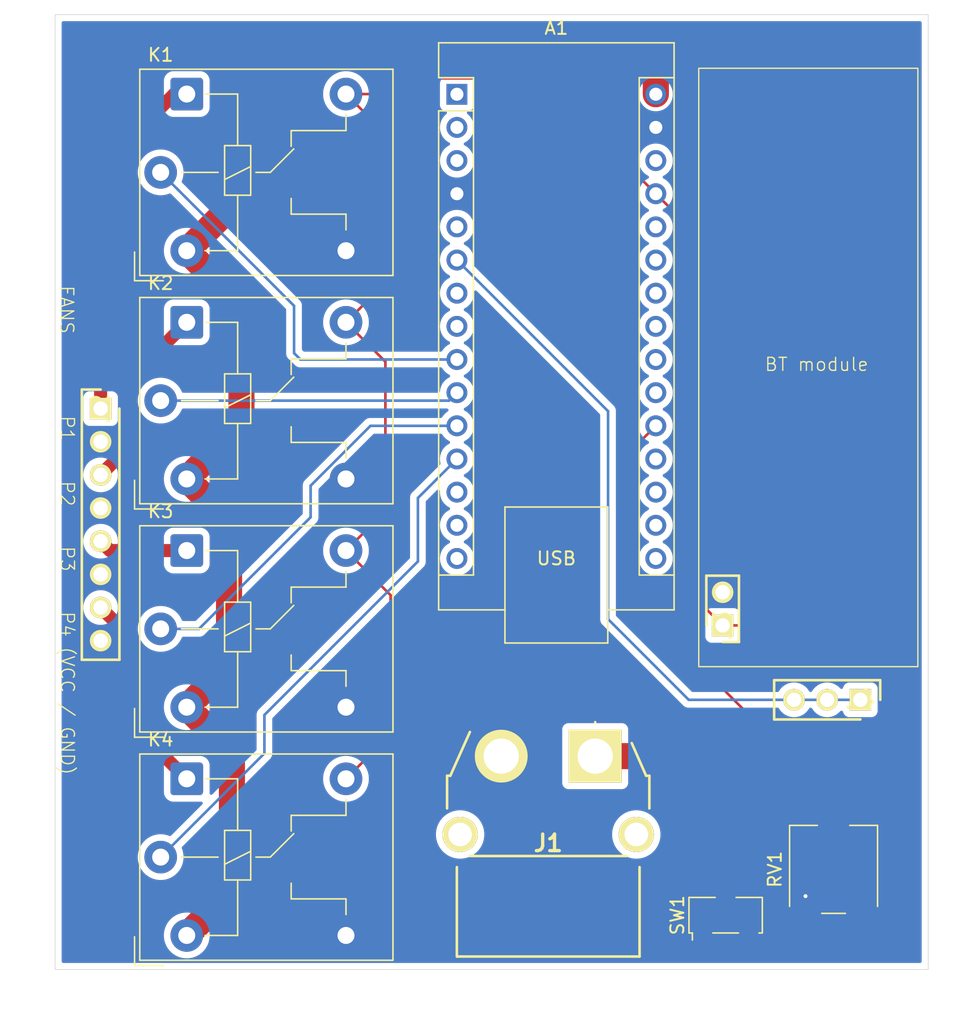
<source format=kicad_pcb>
(kicad_pcb (version 20241229) (generator "pcbnew") (generator_version "9.0")
  (layers (0 "F.Cu" signal) (2 "B.Cu" signal) (13 "F.Paste" user) (15 "B.Paste" user) (5 "F.SilkS" user "F.Silkscreen") (7 "B.SilkS" user "B.Silkscreen") (1 "F.Mask" user) (3 "B.Mask" user) (25 "Edge.Cuts" user))
  (net 0 "")
  (net 3 "/R1")
  (net 9 "+5V")
  (net 12 "Net-(A1-A1)")
  (net 13 "/R2")
  (net 16 "VCC")
  (net 18 "/FAN")
  (net 21 "/R3")
  (net 23 "/R4")
  (net 25 "GND")
  (net 32 "VIN")
  (net 33 "/P3")
  (net 34 "/P2")
  (net 35 "/P4")
  (net 36 "/P1")
  (footprint "Relay_THT:Relay_SPDT_Hongfa_JQC-3FF_0XX-1Z" (layer "F.Cu") (at 106.24 83.09)
    (property "Reference" "K2" (at -2 -3 0) (layer "F.SilkS"))
    (property "Value" "JQC-3FF-012-1Z")
    (fp_line (start -4 12.1) (end -4 14.3) (stroke (width 0.12)) (layer "F.SilkS"))
    (fp_line (start -4 14.3) (end -1.8 14.3) (stroke (width 0.12)) (layer "F.SilkS"))
    (fp_line (start -3.6 -1.9) (end -3.6 13.9) (stroke (width 0.12)) (layer "F.SilkS"))
    (fp_line (start -3.6 13.9) (end 15.8 13.9) (stroke (width 0.12)) (layer "F.SilkS"))
    (fp_line (start -0.4 6) (end 2.4 6) (stroke (width 0.12)) (layer "F.SilkS"))
    (fp_line (start 2.9 3.95) (end 2.9 7.75) (stroke (width 0.12)) (layer "F.SilkS"))
    (fp_line (start 2.9 7.75) (end 4.9 7.75) (stroke (width 0.12)) (layer "F.SilkS"))
    (fp_line (start 3.9 0) (end 1.4 0) (stroke (width 0.12)) (layer "F.SilkS"))
    (fp_line (start 3.9 3.95) (end 3.9 0) (stroke (width 0.12)) (layer "F.SilkS"))
    (fp_line (start 3.9 7.75) (end 3.9 12) (stroke (width 0.12)) (layer "F.SilkS"))
    (fp_line (start 3.9 12) (end 1.4 12) (stroke (width 0.12)) (layer "F.SilkS"))
    (fp_line (start 4.9 3.95) (end 2.9 3.95) (stroke (width 0.12)) (layer "F.SilkS"))
    (fp_line (start 4.9 5.55) (end 2.9 6.55) (stroke (width 0.12)) (layer "F.SilkS"))
    (fp_line (start 4.9 7.75) (end 4.9 3.95) (stroke (width 0.12)) (layer "F.SilkS"))
    (fp_line (start 6.4 6) (end 5.3 6) (stroke (width 0.12)) (layer "F.SilkS"))
    (fp_line (start 6.4 6) (end 8.2 4.2) (stroke (width 0.12)) (layer "F.SilkS"))
    (fp_line (start 8 2.8) (end 8 4) (stroke (width 0.12)) (layer "F.SilkS"))
    (fp_line (start 8 2.8) (end 12.2 2.8) (stroke (width 0.12)) (layer "F.SilkS"))
    (fp_line (start 8 9.2) (end 8 8) (stroke (width 0.12)) (layer "F.SilkS"))
    (fp_line (start 12.2 1.6) (end 12.2 2.8) (stroke (width 0.12)) (layer "F.SilkS"))
    (fp_line (start 12.2 9.2) (end 8 9.2) (stroke (width 0.12)) (layer "F.SilkS"))
    (fp_line (start 12.2 10.4) (end 12.2 9.2) (stroke (width 0.12)) (layer "F.SilkS"))
    (fp_line (start 15.8 -1.9) (end -3.6 -1.9) (stroke (width 0.12)) (layer "F.SilkS"))
    (fp_line (start 15.8 13.9) (end 15.8 -1.9) (stroke (width 0.12)) (layer "F.SilkS"))
    (pad "11" thru_hole circle (at -2 6) (size 2.5 2.5) (drill 1.3) (layers "*.Cu" "*.Mask") (net 13 "/R2"))
    (pad "12" thru_hole circle (at 12.2 0) (size 2.5 2.5) (drill 1.3) (layers "*.Cu" "*.Mask") (net 9 "+5V"))
    (pad "14" thru_hole circle (at 12.2 12) (size 2.5 2.5) (drill 1.3) (layers "*.Cu" "*.Mask") (net 25 "GND"))
    (pad "A1" thru_hole roundrect (at 0 0) (size 2.5 2.5) (drill 1.3) (layers "*.Cu" "*.Mask") (roundrect_rratio 0.1) (net 34 "/P2"))
    (pad "A2" thru_hole circle (at 0 12) (size 2.5 2.5) (drill 1.3) (layers "*.Cu" "*.Mask") (net 16 "VCC"))
  )
  (footprint "Module:Arduino_Nano" (layer "F.Cu") (at 126.94 65.62)
    (property "Reference" "A1" (at 7.62 -5.08 0) (layer "F.SilkS"))
    (property "Value" "Arduino_Nano_v3.x")
    (fp_line (start -1.4 -3.94) (end -1.4 -1.27) (stroke (width 0.12)) (layer "F.SilkS"))
    (fp_line (start -1.4 1.27) (end -1.4 39.5) (stroke (width 0.12)) (layer "F.SilkS"))
    (fp_line (start -1.4 39.5) (end 3.68 39.5) (stroke (width 0.12)) (layer "F.SilkS"))
    (fp_line (start 1.27 -1.27) (end -1.4 -1.27) (stroke (width 0.12)) (layer "F.SilkS"))
    (fp_line (start 1.27 1.27) (end -1.4 1.27) (stroke (width 0.12)) (layer "F.SilkS"))
    (fp_line (start 1.27 1.27) (end 1.27 -1.27) (stroke (width 0.12)) (layer "F.SilkS"))
    (fp_line (start 1.27 1.27) (end 1.27 36.83) (stroke (width 0.12)) (layer "F.SilkS"))
    (fp_line (start 1.27 36.83) (end -1.4 36.83) (stroke (width 0.12)) (layer "F.SilkS"))
    (fp_line (start 3.68 31.62) (end 11.56 31.62) (stroke (width 0.12)) (layer "F.SilkS"))
    (fp_line (start 3.68 42.04) (end 3.68 31.62) (stroke (width 0.12)) (layer "F.SilkS"))
    (fp_line (start 11.56 31.62) (end 11.56 42.04) (stroke (width 0.12)) (layer "F.SilkS"))
    (fp_line (start 11.56 42.04) (end 3.68 42.04) (stroke (width 0.12)) (layer "F.SilkS"))
    (fp_line (start 13.97 -1.27) (end 13.97 36.83) (stroke (width 0.12)) (layer "F.SilkS"))
    (fp_line (start 13.97 -1.27) (end 16.64 -1.27) (stroke (width 0.12)) (layer "F.SilkS"))
    (fp_line (start 13.97 36.83) (end 16.64 36.83) (stroke (width 0.12)) (layer "F.SilkS"))
    (fp_line (start 16.64 -3.94) (end -1.4 -3.94) (stroke (width 0.12)) (layer "F.SilkS"))
    (fp_line (start 16.64 39.5) (end 11.56 39.5) (stroke (width 0.12)) (layer "F.SilkS"))
    (fp_line (start 16.64 39.5) (end 16.64 -3.94) (stroke (width 0.12)) (layer "F.SilkS"))
    (fp_text user "USB" (at 7.62 35.56 0) (layer "F.SilkS"))
    (pad "1" thru_hole rect (at 0 0) (size 1.6 1.6) (drill 1) (layers "*.Cu" "*.Mask"))
    (pad "2" thru_hole oval (at 0 2.54) (size 1.6 1.6) (drill 1) (layers "*.Cu" "*.Mask"))
    (pad "3" thru_hole oval (at 0 5.08) (size 1.6 1.6) (drill 1) (layers "*.Cu" "*.Mask"))
    (pad "4" thru_hole oval (at 0 7.62) (size 1.6 1.6) (drill 1) (layers "*.Cu" "*.Mask") (net 25 "GND"))
    (pad "5" thru_hole oval (at 0 10.16) (size 1.6 1.6) (drill 1) (layers "*.Cu" "*.Mask"))
    (pad "6" thru_hole oval (at 0 12.7) (size 1.6 1.6) (drill 1) (layers "*.Cu" "*.Mask") (net 18 "/FAN"))
    (pad "7" thru_hole oval (at 0 15.24) (size 1.6 1.6) (drill 1) (layers "*.Cu" "*.Mask"))
    (pad "8" thru_hole oval (at 0 17.78) (size 1.6 1.6) (drill 1) (layers "*.Cu" "*.Mask"))
    (pad "9" thru_hole oval (at 0 20.32) (size 1.6 1.6) (drill 1) (layers "*.Cu" "*.Mask") (net 3 "/R1"))
    (pad "10" thru_hole oval (at 0 22.86) (size 1.6 1.6) (drill 1) (layers "*.Cu" "*.Mask") (net 13 "/R2"))
    (pad "11" thru_hole oval (at 0 25.4) (size 1.6 1.6) (drill 1) (layers "*.Cu" "*.Mask") (net 21 "/R3"))
    (pad "12" thru_hole oval (at 0 27.94) (size 1.6 1.6) (drill 1) (layers "*.Cu" "*.Mask") (net 23 "/R4"))
    (pad "13" thru_hole oval (at 0 30.48) (size 1.6 1.6) (drill 1) (layers "*.Cu" "*.Mask"))
    (pad "14" thru_hole oval (at 0 33.02) (size 1.6 1.6) (drill 1) (layers "*.Cu" "*.Mask"))
    (pad "15" thru_hole oval (at 0 35.56) (size 1.6 1.6) (drill 1) (layers "*.Cu" "*.Mask"))
    (pad "16" thru_hole oval (at 15.24 35.56) (size 1.6 1.6) (drill 1) (layers "*.Cu" "*.Mask"))
    (pad "17" thru_hole oval (at 15.24 33.02) (size 1.6 1.6) (drill 1) (layers "*.Cu" "*.Mask"))
    (pad "18" thru_hole oval (at 15.24 30.48) (size 1.6 1.6) (drill 1) (layers "*.Cu" "*.Mask"))
    (pad "19" thru_hole oval (at 15.24 27.94) (size 1.6 1.6) (drill 1) (layers "*.Cu" "*.Mask"))
    (pad "20" thru_hole oval (at 15.24 25.4) (size 1.6 1.6) (drill 1) (layers "*.Cu" "*.Mask") (net 12 "Net-(A1-A1)"))
    (pad "21" thru_hole oval (at 15.24 22.86) (size 1.6 1.6) (drill 1) (layers "*.Cu" "*.Mask"))
    (pad "22" thru_hole oval (at 15.24 20.32) (size 1.6 1.6) (drill 1) (layers "*.Cu" "*.Mask"))
    (pad "23" thru_hole oval (at 15.24 17.78) (size 1.6 1.6) (drill 1) (layers "*.Cu" "*.Mask"))
    (pad "24" thru_hole oval (at 15.24 15.24) (size 1.6 1.6) (drill 1) (layers "*.Cu" "*.Mask"))
    (pad "25" thru_hole oval (at 15.24 12.7) (size 1.6 1.6) (drill 1) (layers "*.Cu" "*.Mask"))
    (pad "26" thru_hole oval (at 15.24 10.16) (size 1.6 1.6) (drill 1) (layers "*.Cu" "*.Mask"))
    (pad "27" thru_hole oval (at 15.24 7.62) (size 1.6 1.6) (drill 1) (layers "*.Cu" "*.Mask") (net 9 "+5V"))
    (pad "28" thru_hole oval (at 15.24 5.08) (size 1.6 1.6) (drill 1) (layers "*.Cu" "*.Mask"))
    (pad "29" thru_hole oval (at 15.24 2.54) (size 1.6 1.6) (drill 1) (layers "*.Cu" "*.Mask") (net 25 "GND"))
    (pad "30" thru_hole oval (at 15.24 0) (size 1.6 1.6) (drill 1) (layers "*.Cu" "*.Mask") (net 16 "VCC"))
  )
  (footprint "Relay_THT:Relay_SPDT_Hongfa_JQC-3FF_0XX-1Z" (layer "F.Cu") (at 106.24 118.06)
    (property "Reference" "K4" (at -2 -3 0) (layer "F.SilkS"))
    (property "Value" "JQC-3FF-012-1Z")
    (fp_line (start -4 12.1) (end -4 14.3) (stroke (width 0.12)) (layer "F.SilkS"))
    (fp_line (start -4 14.3) (end -1.8 14.3) (stroke (width 0.12)) (layer "F.SilkS"))
    (fp_line (start -3.6 -1.9) (end -3.6 13.9) (stroke (width 0.12)) (layer "F.SilkS"))
    (fp_line (start -3.6 13.9) (end 15.8 13.9) (stroke (width 0.12)) (layer "F.SilkS"))
    (fp_line (start -0.4 6) (end 2.4 6) (stroke (width 0.12)) (layer "F.SilkS"))
    (fp_line (start 2.9 3.95) (end 2.9 7.75) (stroke (width 0.12)) (layer "F.SilkS"))
    (fp_line (start 2.9 7.75) (end 4.9 7.75) (stroke (width 0.12)) (layer "F.SilkS"))
    (fp_line (start 3.9 0) (end 1.4 0) (stroke (width 0.12)) (layer "F.SilkS"))
    (fp_line (start 3.9 3.95) (end 3.9 0) (stroke (width 0.12)) (layer "F.SilkS"))
    (fp_line (start 3.9 7.75) (end 3.9 12) (stroke (width 0.12)) (layer "F.SilkS"))
    (fp_line (start 3.9 12) (end 1.4 12) (stroke (width 0.12)) (layer "F.SilkS"))
    (fp_line (start 4.9 3.95) (end 2.9 3.95) (stroke (width 0.12)) (layer "F.SilkS"))
    (fp_line (start 4.9 5.55) (end 2.9 6.55) (stroke (width 0.12)) (layer "F.SilkS"))
    (fp_line (start 4.9 7.75) (end 4.9 3.95) (stroke (width 0.12)) (layer "F.SilkS"))
    (fp_line (start 6.4 6) (end 5.3 6) (stroke (width 0.12)) (layer "F.SilkS"))
    (fp_line (start 6.4 6) (end 8.2 4.2) (stroke (width 0.12)) (layer "F.SilkS"))
    (fp_line (start 8 2.8) (end 8 4) (stroke (width 0.12)) (layer "F.SilkS"))
    (fp_line (start 8 2.8) (end 12.2 2.8) (stroke (width 0.12)) (layer "F.SilkS"))
    (fp_line (start 8 9.2) (end 8 8) (stroke (width 0.12)) (layer "F.SilkS"))
    (fp_line (start 12.2 1.6) (end 12.2 2.8) (stroke (width 0.12)) (layer "F.SilkS"))
    (fp_line (start 12.2 9.2) (end 8 9.2) (stroke (width 0.12)) (layer "F.SilkS"))
    (fp_line (start 12.2 10.4) (end 12.2 9.2) (stroke (width 0.12)) (layer "F.SilkS"))
    (fp_line (start 15.8 -1.9) (end -3.6 -1.9) (stroke (width 0.12)) (layer "F.SilkS"))
    (fp_line (start 15.8 13.9) (end 15.8 -1.9) (stroke (width 0.12)) (layer "F.SilkS"))
    (pad "11" thru_hole circle (at -2 6) (size 2.5 2.5) (drill 1.3) (layers "*.Cu" "*.Mask") (net 23 "/R4"))
    (pad "12" thru_hole circle (at 12.2 0) (size 2.5 2.5) (drill 1.3) (layers "*.Cu" "*.Mask") (net 9 "+5V"))
    (pad "14" thru_hole circle (at 12.2 12) (size 2.5 2.5) (drill 1.3) (layers "*.Cu" "*.Mask") (net 25 "GND"))
    (pad "A1" thru_hole roundrect (at 0 0) (size 2.5 2.5) (drill 1.3) (layers "*.Cu" "*.Mask") (roundrect_rratio 0.1) (net 35 "/P4"))
    (pad "A2" thru_hole circle (at 0 12) (size 2.5 2.5) (drill 1.3) (layers "*.Cu" "*.Mask") (net 16 "VCC"))
  )
  (footprint "SamacSys_Parts:HDRV8W64P0X254_1X8_2032X250X888P" (layer "F.Cu") (at 99.64 89.7 -90)
    (property "Reference" "J2" (at 0 0 90) (layer "F.SilkS") (effects (font (size 1.27 1.27) (thickness 0.254))))
    (property "Value" "PH1-08-UA" (hide yes))
    (fp_line (start -1.46 1.44) (end 19.241 1.44) (stroke (width 0.2)) (layer "F.SilkS"))
    (fp_line (start 19.241 1.44) (end 19.241 -1.441) (stroke (width 0.2)) (layer "F.SilkS"))
    (fp_line (start -1.46 0) (end -1.46 1.44) (stroke (width 0.2)) (layer "F.SilkS"))
    (fp_line (start 19.241 -1.441) (end 0 -1.441) (stroke (width 0.2)) (layer "F.SilkS"))
    (pad "1" thru_hole rect (at 0 0) (size 1.65 1.65) (drill 1.1) (layers "*.Cu" "*.Mask" "F.SilkS") (net 36 "/P1"))
    (pad "2" thru_hole circle (at 2.54 0) (size 1.65 1.65) (drill 1.1) (layers "*.Cu" "*.Mask" "F.SilkS") (net 25 "GND"))
    (pad "3" thru_hole circle (at 5.08 0) (size 1.65 1.65) (drill 1.1) (layers "*.Cu" "*.Mask" "F.SilkS") (net 34 "/P2"))
    (pad "4" thru_hole circle (at 7.62 0) (size 1.65 1.65) (drill 1.1) (layers "*.Cu" "*.Mask" "F.SilkS") (net 25 "GND"))
    (pad "5" thru_hole circle (at 10.16 0) (size 1.65 1.65) (drill 1.1) (layers "*.Cu" "*.Mask" "F.SilkS") (net 33 "/P3"))
    (pad "6" thru_hole circle (at 12.7 0) (size 1.65 1.65) (drill 1.1) (layers "*.Cu" "*.Mask" "F.SilkS") (net 25 "GND"))
    (pad "7" thru_hole circle (at 15.24 0) (size 1.65 1.65) (drill 1.1) (layers "*.Cu" "*.Mask" "F.SilkS") (net 35 "/P4"))
    (pad "8" thru_hole circle (at 17.78 0) (size 1.65 1.65) (drill 1.1) (layers "*.Cu" "*.Mask" "F.SilkS") (net 25 "GND"))
  )
  (footprint "Button_Switch_SMD:Nidec_Copal_CAS-120A" (layer "F.Cu") (at 147.53 128.51 90)
    (property "Reference" "SW1" (at 0 -3.7 90) (layer "F.SilkS"))
    (property "Value" "SW_Nidec_CAS-120A1")
    (fp_line (start 1.36 -2.81) (end 1.36 -0.8) (stroke (width 0.12)) (layer "F.SilkS"))
    (fp_line (start -1.36 -2.81) (end 1.36 -2.81) (stroke (width 0.12)) (layer "F.SilkS"))
    (fp_line (start -1.36 -2.55) (end -1.36 -2.8) (stroke (width 0.12)) (layer "F.SilkS"))
    (fp_line (start -1.36 -2.55) (end -1.9 -2.55) (stroke (width 0.12)) (layer "F.SilkS"))
    (fp_line (start -1.36 -0.98) (end -1.36 0.98) (stroke (width 0.12)) (layer "F.SilkS"))
    (fp_line (start 1.36 0.8) (end 1.36 2.81) (stroke (width 0.12)) (layer "F.SilkS"))
    (fp_line (start 1.35 2.81) (end -1.35 2.81) (stroke (width 0.12)) (layer "F.SilkS"))
    (fp_line (start -1.36 2.81) (end -1.36 2.55) (stroke (width 0.12)) (layer "F.SilkS"))
    (pad "1" smd roundrect (at -1.15 -1.75) (size 1 1.6) (layers "F.Cu" "F.Mask" "F.Paste") (net 16 "VCC"))
    (pad "2" smd roundrect (at 1.15 0) (size 1 1.6) (layers "F.Cu" "F.Mask" "F.Paste") (net 32 "VIN"))
    (pad "3" smd roundrect (at -1.15 1.75) (size 1 1.6) (layers "F.Cu" "F.Mask" "F.Paste"))
  )
  (footprint "SamacSys_Parts:XT60PWF" (layer "F.Cu") (at 137.535 116.325 180)
    (property "Reference" "J1" (at 3.6 -6.663 0) (layer "F.SilkS") (effects (font (size 1.27 1.27) (thickness 0.254))))
    (property "Value" "XT60PW-F" (hide yes))
    (fp_line (start 11.35 -1.5) (end 11.1 -1.5) (stroke (width 0.2)) (layer "F.SilkS"))
    (fp_line (start 11.35 -4) (end 11.35 -1.5) (stroke (width 0.2)) (layer "F.SilkS"))
    (fp_line (start 11.1 -1.5) (end 9.6 1.85) (stroke (width 0.2)) (layer "F.SilkS"))
    (fp_line (start 10.6 -8.5) (end 10.6 -15.35) (stroke (width 0.2)) (layer "F.SilkS"))
    (fp_line (start 10.6 -15.35) (end -3.4 -15.35) (stroke (width 0.2)) (layer "F.SilkS"))
    (fp_line (start 9.6 -7.65) (end -2.4 -7.65) (stroke (width 0.2)) (layer "F.SilkS"))
    (fp_line (start 0 2.65) (end 0 2.65) (stroke (width 0.1)) (layer "F.SilkS"))
    (fp_line (start 0 2.55) (end 0 2.55) (stroke (width 0.1)) (layer "F.SilkS"))
    (fp_line (start -3.4 -15.35) (end -3.4 -8.5) (stroke (width 0.2)) (layer "F.SilkS"))
    (fp_line (start -3.9 -1.5) (end -2.8 1) (stroke (width 0.2)) (layer "F.SilkS"))
    (fp_line (start -4.15 -1.5) (end -3.9 -1.5) (stroke (width 0.2)) (layer "F.SilkS"))
    (fp_line (start -4.15 -4) (end -4.15 -1.5) (stroke (width 0.2)) (layer "F.SilkS"))
    (fp_arc (start 0 2.65) (mid -0.05 2.6) (end 0 2.55) (stroke (width 0.1)) (layer "F.SilkS"))
    (fp_arc (start 0 2.55) (mid 0.05 2.6) (end 0 2.65) (stroke (width 0.1)) (layer "F.SilkS"))
    (pad "1" thru_hole rect (at 0 0 270) (size 4.05 4.05) (drill 2.7) (layers "*.Cu" "*.Mask" "F.SilkS") (net 32 "VIN"))
    (pad "2" thru_hole circle (at 7.2 0 270) (size 4.05 4.05) (drill 2.7) (layers "*.Cu" "*.Mask" "F.SilkS") (net 25 "GND"))
    (pad "3" thru_hole circle (at -3.15 -6 270) (size 2.7 2.7) (drill 1.8) (layers "*.Cu" "*.Mask" "F.SilkS"))
    (pad "4" thru_hole circle (at 10.35 -6 270) (size 2.7 2.7) (drill 1.8) (layers "*.Cu" "*.Mask" "F.SilkS"))
  )
  (footprint "Potentiometer_SMD:Potentiometer_ACP_CA6-VSMD_Vertical" (layer "F.Cu") (at 155.8 125 90)
    (property "Reference" "RV1" (at 0 -4.5 90) (layer "F.SilkS"))
    (property "Value" "R_Potentiometer")
    (fp_line (start 3.37 -3.371) (end 3.37 -1.24) (stroke (width 0.12)) (layer "F.SilkS"))
    (fp_line (start -2.834 -3.371) (end 3.37 -3.371) (stroke (width 0.12)) (layer "F.SilkS"))
    (fp_line (start -3.37 -0.909) (end -3.37 0.91) (stroke (width 0.12)) (layer "F.SilkS"))
    (fp_line (start 3.37 1.24) (end 3.37 3.37) (stroke (width 0.12)) (layer "F.SilkS"))
    (fp_line (start -2.834 3.37) (end 3.37 3.37) (stroke (width 0.12)) (layer "F.SilkS"))
    (pad "1" smd rect (at -4.325 2.15 90) (size 2.5 2) (layers "F.Cu" "F.Mask" "F.Paste") (net 9 "+5V"))
    (pad "2" smd rect (at 4.325 0 90) (size 2.5 2) (layers "F.Cu" "F.Mask" "F.Paste") (net 12 "Net-(A1-A1)"))
    (pad "3" smd rect (at -4.325 -2.15 90) (size 2.5 2) (layers "F.Cu" "F.Mask" "F.Paste") (net 25 "GND"))
  )
  (footprint "Relay_THT:Relay_SPDT_Hongfa_JQC-3FF_0XX-1Z" (layer "F.Cu") (at 106.24 100.575)
    (property "Reference" "K3" (at -2 -3 0) (layer "F.SilkS"))
    (property "Value" "JQC-3FF-012-1Z")
    (fp_line (start -4 12.1) (end -4 14.3) (stroke (width 0.12)) (layer "F.SilkS"))
    (fp_line (start -4 14.3) (end -1.8 14.3) (stroke (width 0.12)) (layer "F.SilkS"))
    (fp_line (start -3.6 -1.9) (end -3.6 13.9) (stroke (width 0.12)) (layer "F.SilkS"))
    (fp_line (start -3.6 13.9) (end 15.8 13.9) (stroke (width 0.12)) (layer "F.SilkS"))
    (fp_line (start -0.4 6) (end 2.4 6) (stroke (width 0.12)) (layer "F.SilkS"))
    (fp_line (start 2.9 3.95) (end 2.9 7.75) (stroke (width 0.12)) (layer "F.SilkS"))
    (fp_line (start 2.9 7.75) (end 4.9 7.75) (stroke (width 0.12)) (layer "F.SilkS"))
    (fp_line (start 3.9 0) (end 1.4 0) (stroke (width 0.12)) (layer "F.SilkS"))
    (fp_line (start 3.9 3.95) (end 3.9 0) (stroke (width 0.12)) (layer "F.SilkS"))
    (fp_line (start 3.9 7.75) (end 3.9 12) (stroke (width 0.12)) (layer "F.SilkS"))
    (fp_line (start 3.9 12) (end 1.4 12) (stroke (width 0.12)) (layer "F.SilkS"))
    (fp_line (start 4.9 3.95) (end 2.9 3.95) (stroke (width 0.12)) (layer "F.SilkS"))
    (fp_line (start 4.9 5.55) (end 2.9 6.55) (stroke (width 0.12)) (layer "F.SilkS"))
    (fp_line (start 4.9 7.75) (end 4.9 3.95) (stroke (width 0.12)) (layer "F.SilkS"))
    (fp_line (start 6.4 6) (end 5.3 6) (stroke (width 0.12)) (layer "F.SilkS"))
    (fp_line (start 6.4 6) (end 8.2 4.2) (stroke (width 0.12)) (layer "F.SilkS"))
    (fp_line (start 8 2.8) (end 8 4) (stroke (width 0.12)) (layer "F.SilkS"))
    (fp_line (start 8 2.8) (end 12.2 2.8) (stroke (width 0.12)) (layer "F.SilkS"))
    (fp_line (start 8 9.2) (end 8 8) (stroke (width 0.12)) (layer "F.SilkS"))
    (fp_line (start 12.2 1.6) (end 12.2 2.8) (stroke (width 0.12)) (layer "F.SilkS"))
    (fp_line (start 12.2 9.2) (end 8 9.2) (stroke (width 0.12)) (layer "F.SilkS"))
    (fp_line (start 12.2 10.4) (end 12.2 9.2) (stroke (width 0.12)) (layer "F.SilkS"))
    (fp_line (start 15.8 -1.9) (end -3.6 -1.9) (stroke (width 0.12)) (layer "F.SilkS"))
    (fp_line (start 15.8 13.9) (end 15.8 -1.9) (stroke (width 0.12)) (layer "F.SilkS"))
    (pad "11" thru_hole circle (at -2 6) (size 2.5 2.5) (drill 1.3) (layers "*.Cu" "*.Mask") (net 21 "/R3"))
    (pad "12" thru_hole circle (at 12.2 0) (size 2.5 2.5) (drill 1.3) (layers "*.Cu" "*.Mask") (net 9 "+5V"))
    (pad "14" thru_hole circle (at 12.2 12) (size 2.5 2.5) (drill 1.3) (layers "*.Cu" "*.Mask") (net 25 "GND"))
    (pad "A1" thru_hole roundrect (at 0 0) (size 2.5 2.5) (drill 1.3) (layers "*.Cu" "*.Mask") (roundrect_rratio 0.1) (net 33 "/P3"))
    (pad "A2" thru_hole circle (at 0 12) (size 2.5 2.5) (drill 1.3) (layers "*.Cu" "*.Mask") (net 16 "VCC"))
  )
  (footprint "SamacSys_Parts:HDRV3W64P0X254_1X3_762X250X952P" (layer "F.Cu") (at 157.85 112.01 180)
    (property "Reference" "J4" (at 0 0 0) (layer "F.SilkS") (effects (font (size 1.27 1.27) (thickness 0.254))))
    (property "Value" "PH1-03-UA" (hide yes))
    (fp_line (start 6.604 1.504) (end 6.604 -1.504) (stroke (width 0.2)) (layer "F.SilkS"))
    (fp_line (start 6.604 -1.504) (end 0 -1.504) (stroke (width 0.2)) (layer "F.SilkS"))
    (fp_line (start -1.524 1.504) (end 6.604 1.504) (stroke (width 0.2)) (layer "F.SilkS"))
    (fp_line (start -1.524 0) (end -1.524 1.504) (stroke (width 0.2)) (layer "F.SilkS"))
    (pad "1" thru_hole rect (at 0 0 270) (size 1.65 1.65) (drill 1.1) (layers "*.Cu" "*.Mask" "F.SilkS") (net 18 "/FAN"))
    (pad "2" thru_hole circle (at 2.54 0 270) (size 1.65 1.65) (drill 1.1) (layers "*.Cu" "*.Mask" "F.SilkS") (net 18 "/FAN"))
    (pad "3" thru_hole circle (at 5.08 0 270) (size 1.65 1.65) (drill 1.1) (layers "*.Cu" "*.Mask" "F.SilkS") (net 18 "/FAN"))
  )
  (footprint "Relay_THT:Relay_SPDT_Hongfa_JQC-3FF_0XX-1Z" (layer "F.Cu") (at 106.24 65.605)
    (property "Reference" "K1" (at -2 -3 0) (layer "F.SilkS"))
    (property "Value" "JQC-3FF-012-1Z")
    (fp_line (start -4 12.1) (end -4 14.3) (stroke (width 0.12)) (layer "F.SilkS"))
    (fp_line (start -4 14.3) (end -1.8 14.3) (stroke (width 0.12)) (layer "F.SilkS"))
    (fp_line (start -3.6 -1.9) (end -3.6 13.9) (stroke (width 0.12)) (layer "F.SilkS"))
    (fp_line (start -3.6 13.9) (end 15.8 13.9) (stroke (width 0.12)) (layer "F.SilkS"))
    (fp_line (start -0.4 6) (end 2.4 6) (stroke (width 0.12)) (layer "F.SilkS"))
    (fp_line (start 2.9 3.95) (end 2.9 7.75) (stroke (width 0.12)) (layer "F.SilkS"))
    (fp_line (start 2.9 7.75) (end 4.9 7.75) (stroke (width 0.12)) (layer "F.SilkS"))
    (fp_line (start 3.9 0) (end 1.4 0) (stroke (width 0.12)) (layer "F.SilkS"))
    (fp_line (start 3.9 3.95) (end 3.9 0) (stroke (width 0.12)) (layer "F.SilkS"))
    (fp_line (start 3.9 7.75) (end 3.9 12) (stroke (width 0.12)) (layer "F.SilkS"))
    (fp_line (start 3.9 12) (end 1.4 12) (stroke (width 0.12)) (layer "F.SilkS"))
    (fp_line (start 4.9 3.95) (end 2.9 3.95) (stroke (width 0.12)) (layer "F.SilkS"))
    (fp_line (start 4.9 5.55) (end 2.9 6.55) (stroke (width 0.12)) (layer "F.SilkS"))
    (fp_line (start 4.9 7.75) (end 4.9 3.95) (stroke (width 0.12)) (layer "F.SilkS"))
    (fp_line (start 6.4 6) (end 5.3 6) (stroke (width 0.12)) (layer "F.SilkS"))
    (fp_line (start 6.4 6) (end 8.2 4.2) (stroke (width 0.12)) (layer "F.SilkS"))
    (fp_line (start 8 2.8) (end 8 4) (stroke (width 0.12)) (layer "F.SilkS"))
    (fp_line (start 8 2.8) (end 12.2 2.8) (stroke (width 0.12)) (layer "F.SilkS"))
    (fp_line (start 8 9.2) (end 8 8) (stroke (width 0.12)) (layer "F.SilkS"))
    (fp_line (start 12.2 1.6) (end 12.2 2.8) (stroke (width 0.12)) (layer "F.SilkS"))
    (fp_line (start 12.2 9.2) (end 8 9.2) (stroke (width 0.12)) (layer "F.SilkS"))
    (fp_line (start 12.2 10.4) (end 12.2 9.2) (stroke (width 0.12)) (layer "F.SilkS"))
    (fp_line (start 15.8 -1.9) (end -3.6 -1.9) (stroke (width 0.12)) (layer "F.SilkS"))
    (fp_line (start 15.8 13.9) (end 15.8 -1.9) (stroke (width 0.12)) (layer "F.SilkS"))
    (pad "11" thru_hole circle (at -2 6) (size 2.5 2.5) (drill 1.3) (layers "*.Cu" "*.Mask") (net 3 "/R1"))
    (pad "12" thru_hole circle (at 12.2 0) (size 2.5 2.5) (drill 1.3) (layers "*.Cu" "*.Mask") (net 9 "+5V"))
    (pad "14" thru_hole circle (at 12.2 12) (size 2.5 2.5) (drill 1.3) (layers "*.Cu" "*.Mask") (net 25 "GND"))
    (pad "A1" thru_hole roundrect (at 0 0) (size 2.5 2.5) (drill 1.3) (layers "*.Cu" "*.Mask") (roundrect_rratio 0.1) (net 36 "/P1"))
    (pad "A2" thru_hole circle (at 0 12) (size 2.5 2.5) (drill 1.3) (layers "*.Cu" "*.Mask") (net 16 "VCC"))
  )
  (footprint "SamacSys_Parts:HDRV2W64P0X254_1X2_508X250X850P" (layer "F.Cu") (at 147.3 106.31 90)
    (property "Reference" "J3" (at 0 0 90) (layer "F.SilkS") (effects (font (size 1.27 1.27) (thickness 0.254))))
    (property "Value" "PH1-02-UA" (hide yes))
    (fp_line (start 3.81 -1.25) (end 0 -1.25) (stroke (width 0.2)) (layer "F.SilkS"))
    (fp_line (start -1.27 0) (end -1.27 1.25) (stroke (width 0.2)) (layer "F.SilkS"))
    (fp_line (start 3.81 1.25) (end 3.81 -1.25) (stroke (width 0.2)) (layer "F.SilkS"))
    (fp_line (start -1.27 1.25) (end 3.81 1.25) (stroke (width 0.2)) (layer "F.SilkS"))
    (pad "1" thru_hole rect (at 0 0 180) (size 1.65 1.65) (drill 1.1) (layers "*.Cu" "*.Mask" "F.SilkS") (net 9 "+5V"))
    (pad "2" thru_hole circle (at 2.54 0 180) (size 1.65 1.65) (drill 1.1) (layers "*.Cu" "*.Mask" "F.SilkS") (net 25 "GND"))
  )
  (gr_rect (start 145.47 63.63) (end 162.26 109.47) (stroke (width 0.1)) (fill no) (layer "F.SilkS"))
  (gr_rect (start 96.15 59.52) (end 163.05 132.67) (stroke (width 0.05)) (fill no) (layer "Edge.Cuts"))
  (gr_text "FANS" (at 96.46 80.2 270) (layer "F.SilkS") (effects (font (size 1 1) (thickness 0.1)) (justify left bottom)))
  (gr_text "P1    P2    P3    P4 (VCC / GND)" (at 96.51 90.17 270) (layer "F.SilkS") (effects (font (size 1 1) (thickness 0.1)) (justify left bottom)))
  (gr_text "BT module" (at 150.46 86.9 0) (layer "F.SilkS") (effects (font (size 1 1) (thickness 0.1)) (justify left bottom)))
  (segment (start 114.46 81.825) (end 114.46 85.46) (width 0.2) (layer "B.Cu") (net 3))
  (segment (start 114.46 85.46) (end 114.47 85.46) (width 0.2) (layer "B.Cu") (net 3))
  (segment (start 104.24 71.605) (end 114.46 81.825) (width 0.2) (layer "B.Cu") (net 3))
  (segment (start 114.95 85.94) (end 126.94 85.94) (width 0.2) (layer "B.Cu") (net 3))
  (segment (start 114.47 85.46) (end 114.95 85.94) (width 0.2) (layer "B.Cu") (net 3))
  (segment (start 157.57 106.31) (end 161.21 109.95) (width 0.2) (layer "F.Cu") (net 9))
  (segment (start 122.03 64.4) (end 134.28 64.4) (width 0.2) (layer "F.Cu") (net 9))
  (segment (start 138.49 69.55) (end 142.18 73.24) (width 0.2) (layer "F.Cu") (net 9))
  (segment (start 121.86 114.64) (end 118.44 118.06) (width 0.2) (layer "F.Cu") (net 9))
  (segment (start 147.3 106.31) (end 157.57 106.31) (width 0.2) (layer "F.Cu") (net 9))
  (segment (start 118.44 65.605) (end 120.825 65.605) (width 0.2) (layer "F.Cu") (net 9))
  (segment (start 147.3 106.31) (end 144.98 103.99) (width 0.2) (layer "F.Cu") (net 9))
  (segment (start 134.28 64.4) (end 138.49 68.61) (width 0.2) (layer "F.Cu") (net 9))
  (segment (start 161.21 126.065) (end 157.95 129.325) (width 0.2) (layer "F.Cu") (net 9))
  (segment (start 161.21 109.95) (end 161.21 126.065) (width 0.2) (layer "F.Cu") (net 9))
  (segment (start 121.46 97.75) (end 121.265 97.75) (width 0.2) (layer "F.Cu") (net 9))
  (segment (start 118.44 83.09) (end 121.46 86.11) (width 0.2) (layer "F.Cu") (net 9))
  (segment (start 121.86 103.995) (end 121.86 114.64) (width 0.2) (layer "F.Cu") (net 9))
  (segment (start 144.98 103.99) (end 144.98 76.04) (width 0.2) (layer "F.Cu") (net 9))
  (segment (start 144.98 76.04) (end 142.18 73.24) (width 0.2) (layer "F.Cu") (net 9))
  (segment (start 118.44 65.605) (end 120.91 68.075) (width 0.2) (layer "F.Cu") (net 9))
  (segment (start 121.265 97.75) (end 118.44 100.575) (width 0.2) (layer "F.Cu") (net 9))
  (segment (start 120.91 68.075) (end 120.91 80.62) (width 0.2) (layer "F.Cu") (net 9))
  (segment (start 120.825 65.605) (end 122.03 64.4) (width 0.2) (layer "F.Cu") (net 9))
  (segment (start 118.44 100.575) (end 121.86 103.995) (width 0.2) (layer "F.Cu") (net 9))
  (segment (start 121.46 86.11) (end 121.46 97.75) (width 0.2) (layer "F.Cu") (net 9))
  (segment (start 138.49 68.61) (end 138.49 69.55) (width 0.2) (layer "F.Cu") (net 9))
  (segment (start 120.91 80.62) (end 118.44 83.09) (width 0.2) (layer "F.Cu") (net 9))
  (segment (start 140.15 93.05) (end 142.18 91.02) (width 0.2) (layer "F.Cu") (net 12))
  (segment (start 140.15 104) (end 140.15 93.05) (width 0.2) (layer "F.Cu") (net 12))
  (segment (start 155.8 120.675) (end 155.8 119.65) (width 0.2) (layer "F.Cu") (net 12))
  (segment (start 155.8 119.65) (end 140.15 104) (width 0.2) (layer "F.Cu") (net 12))
  (segment (start 104.24 89.09) (end 126.33 89.09) (width 0.2) (layer "B.Cu") (net 13))
  (segment (start 126.33 89.09) (end 126.94 88.48) (width 0.2) (layer "B.Cu") (net 13))
  (segment (start 109.32 74.525) (end 109.32 68.37) (width 2) (layer "F.Cu") (net 16))
  (segment (start 109.43 126.87) (end 106.24 130.06) (width 2) (layer "F.Cu") (net 16))
  (segment (start 106.24 77.605) (end 110.43 81.795) (width 2) (layer "F.Cu") (net 16))
  (segment (start 109.7 116.035) (end 109.7 126.6) (width 2) (layer "F.Cu") (net 16))
  (segment (start 106.24 77.605) (end 109.32 74.525) (width 2) (layer "F.Cu") (net 16))
  (segment (start 110.43 90.9) (end 106.24 95.09) (width 2) (layer "F.Cu") (net 16))
  (segment (start 109.48 109.335) (end 106.24 112.575) (width 2) (layer "F.Cu") (net 16))
  (segment (start 106.24 95.09) (end 109.48 98.33) (width 2) (layer "F.Cu") (net 16))
  (segment (start 116.51 61.18) (end 139.31 61.18) (width 2) (layer "F.Cu") (net 16))
  (segment (start 109.48 98.33) (end 109.48 109.335) (width 2) (layer "F.Cu") (net 16))
  (segment (start 142.99 126.87) (end 109.43 126.87) (width 2) (layer "F.Cu") (net 16))
  (segment (start 142.18 64.05) (end 142.18 65.62) (width 2) (layer "F.Cu") (net 16))
  (segment (start 109.32 68.37) (end 116.51 61.18) (width 2) (layer "F.Cu") (net 16))
  (segment (start 110.43 81.795) (end 110.43 90.9) (width 2) (layer "F.Cu") (net 16))
  (segment (start 139.31 61.18) (end 142.18 64.05) (width 2) (layer "F.Cu") (net 16))
  (segment (start 109.7 126.6) (end 106.24 130.06) (width 2) (layer "F.Cu") (net 16))
  (segment (start 145.78 129.66) (end 142.99 126.87) (width 2) (layer "F.Cu") (net 16))
  (segment (start 106.24 112.575) (end 109.7 116.035) (width 2) (layer "F.Cu") (net 16))
  (segment (start 144.7 112.01) (end 152.77 112.01) (width 0.2) (layer "B.Cu") (net 18))
  (segment (start 138.52 89.9) (end 138.52 105.83) (width 0.2) (layer "B.Cu") (net 18))
  (segment (start 138.52 105.83) (end 144.7 112.01) (width 0.2) (layer "B.Cu") (net 18))
  (segment (start 152.77 112.01) (end 157.85 112.01) (width 0.2) (layer "B.Cu") (net 18))
  (segment (start 126.94 78.32) (end 138.52 89.9) (width 0.2) (layer "B.Cu") (net 18))
  (segment (start 115.73 95.606554) (end 120.316554 91.02) (width 0.2) (layer "B.Cu") (net 21))
  (segment (start 115.73 98.02) (end 115.73 95.606554) (width 0.2) (layer "B.Cu") (net 21))
  (segment (start 120.316554 91.02) (end 126.94 91.02) (width 0.2) (layer "B.Cu") (net 21))
  (segment (start 107.175 106.575) (end 115.73 98.02) (width 0.2) (layer "B.Cu") (net 21))
  (segment (start 104.24 106.575) (end 107.175 106.575) (width 0.2) (layer "B.Cu") (net 21))
  (segment (start 112.19 116.11) (end 112.19 113.17) (width 0.2) (layer "B.Cu") (net 23))
  (segment (start 104.24 124.06) (end 112.19 116.11) (width 0.2) (layer "B.Cu") (net 23))
  (segment (start 123.95 101.41) (end 123.95 96.54) (width 0.2) (layer "B.Cu") (net 23))
  (segment (start 123.96 96.54) (end 126.94 93.56) (width 0.2) (layer "B.Cu") (net 23))
  (segment (start 123.95 96.54) (end 123.96 96.54) (width 0.2) (layer "B.Cu") (net 23))
  (segment (start 112.19 113.17) (end 123.95 101.41) (width 0.2) (layer "B.Cu") (net 23))
  (segment (start 153.65 129.325) (end 153.65 127.05) (width 0.2) (layer "F.Cu") (net 25))
  (via (at 153.65 127.05) (size 0.6) (drill 0.3) (layers "F.Cu" "B.Cu") (net 25))
  (segment (start 147.53 121.83) (end 147.53 127.36) (width 2) (layer "F.Cu") (net 32))
  (segment (start 137.535 116.325) (end 142.025 116.325) (width 2) (layer "F.Cu") (net 32))
  (segment (start 142.025 116.325) (end 147.53 121.83) (width 2) (layer "F.Cu") (net 32))
  (segment (start 106.24 100.575) (end 100.355 100.575) (width 1) (layer "F.Cu") (net 33))
  (segment (start 100.355 100.575) (end 99.64 99.86) (width 1) (layer "F.Cu") (net 33))
  (segment (start 101.78 87.55) (end 106.24 83.09) (width 1) (layer "F.Cu") (net 34))
  (segment (start 101.78 92.64) (end 101.78 87.55) (width 1) (layer "F.Cu") (net 34))
  (segment (start 99.64 94.78) (end 101.78 92.64) (width 1) (layer "F.Cu") (net 34))
  (segment (start 101.67 106.84) (end 101.67 113.49) (width 1) (layer "F.Cu") (net 35))
  (segment (start 99.64 104.94) (end 101.54 106.84) (width 1) (layer "F.Cu") (net 35))
  (segment (start 101.67 113.49) (end 106.24 118.06) (width 1) (layer "F.Cu") (net 35))
  (segment (start 101.54 106.84) (end 101.67 106.84) (width 1) (layer "F.Cu") (net 35))
  (segment (start 99.64 71.25) (end 105.285 65.605) (width 1) (layer "F.Cu") (net 36))
  (segment (start 105.285 65.605) (end 106.24 65.605) (width 1) (layer "F.Cu") (net 36))
  (segment (start 99.64 89.7) (end 99.64 71.25) (width 1) (layer "F.Cu") (net 36))
  (zone (net 25) (net_name "GND") (layer "B.Cu") (connect_pads yes (clearance 0.5)) (min_thickness 0.25) (fill yes (thermal_gap 0.5) (thermal_bridge_width 0.5))
    (polygon (pts (xy 165.8 58.4) (xy 165.8 133.93) (xy 163.19 136.54) (xy 95.09 136.54) (xy 91.93 133.38) (xy 91.93 61.17) (xy 94.7 58.4)))
  )
)
</source>
